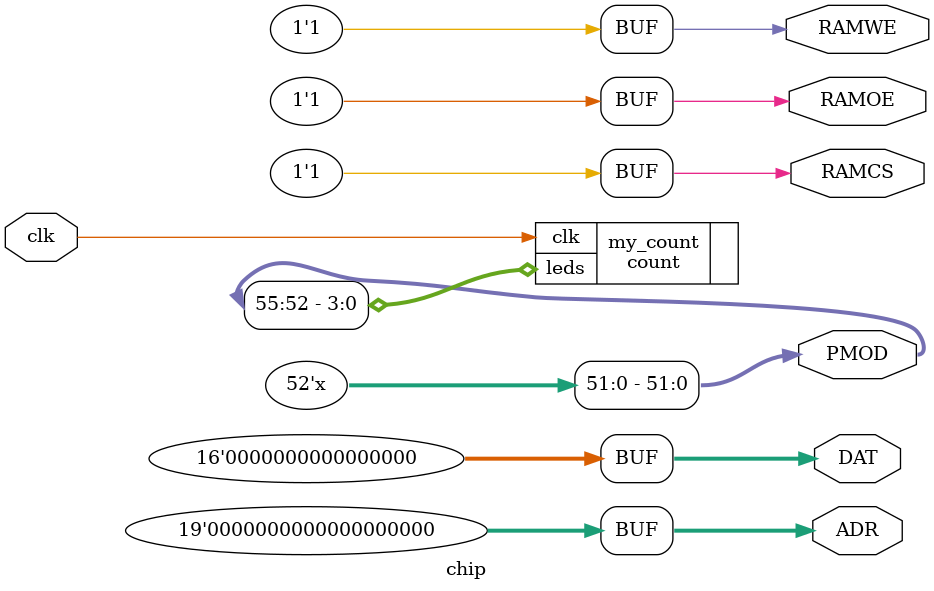
<source format=v>
/******************************************************************************
*                                                                             *
* Copyright 2016 myStorm Copyright and related                                *
* rights are licensed under the Solderpad Hardware License, Version 0.51      *
* (the “License”); you may not use this file except in compliance with        *
* the License. You may obtain a copy of the License at                        *
* http://solderpad.org/licenses/SHL-0.51. Unless required by applicable       *
* law or agreed to in writing, software, hardware and materials               *
* distributed under this License is distributed on an “AS IS” BASIS,          *
* WITHOUT WARRANTIES OR CONDITIONS OF ANY KIND, either express or             *
* implied. See the License for the specific language governing                *
* permissions and limitations under the License.                              *
*                                                                             *
******************************************************************************/

module chip (
    // 100MHz clock input
    input  clk,
    // SRAM Memory lines
    output [18:0] ADR,
    output [15:0] DAT,
    output RAMOE,
    output RAMWE,
    output RAMCS,
    // All PMOD outputs
    output [55:0] PMOD
  );

  // SRAM signals are not use in this design, lets set them to default values
  assign ADR[18:0] = {19{1'b0}};
  assign DAT[15:0] = {16{1'b0}};
  assign RAMOE = 1'b1;
  assign RAMWE = 1'b1;
  assign RAMCS = 1'b1;

  // Set unused pmod pins to default
  assign PMOD[51:0] = {52{1'bz}};

  count my_count (
    .clk   (clk),
    .leds (PMOD[55:52])
  );

endmodule

</source>
